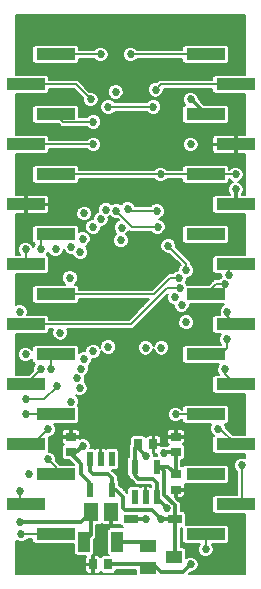
<source format=gbl>
G75*
G70*
%OFA0B0*%
%FSLAX24Y24*%
%IPPOS*%
%LPD*%
%AMOC8*
5,1,8,0,0,1.08239X$1,22.5*
%
%ADD10R,0.1300X0.0400*%
%ADD11R,0.0394X0.0709*%
%ADD12R,0.0512X0.0591*%
%ADD13R,0.0551X0.0394*%
%ADD14R,0.0472X0.0276*%
%ADD15R,0.0276X0.0354*%
%ADD16R,0.0217X0.0472*%
%ADD17R,0.0354X0.0276*%
%ADD18C,0.0270*%
%ADD19C,0.0060*%
%ADD20C,0.0120*%
D10*
X001930Y003380D03*
X001930Y005380D03*
X001930Y007380D03*
X001930Y009380D03*
X002930Y008380D03*
X002930Y006380D03*
X002930Y004380D03*
X002930Y002380D03*
X002930Y010380D03*
X002930Y012380D03*
X002930Y014380D03*
X001930Y013380D03*
X001930Y011380D03*
X001930Y015380D03*
X001930Y017380D03*
X002930Y016380D03*
X002930Y018380D03*
X007930Y018380D03*
X007930Y016380D03*
X008930Y015380D03*
X008930Y013380D03*
X008930Y011380D03*
X007930Y010380D03*
X007930Y008380D03*
X007930Y006380D03*
X007930Y004380D03*
X008930Y003380D03*
X008930Y005380D03*
X008930Y007380D03*
X008930Y009380D03*
X007930Y012380D03*
X007930Y014380D03*
X008930Y017380D03*
X007930Y002380D03*
D11*
X004981Y002130D03*
X003879Y002130D03*
D12*
X004095Y003130D03*
X004765Y003130D03*
D13*
X005997Y002004D03*
X005997Y001256D03*
X006863Y001630D03*
D14*
X006908Y002880D03*
X005452Y002880D03*
D15*
X004686Y001380D03*
X004174Y001380D03*
X005674Y005380D03*
X006186Y005380D03*
D16*
X006304Y004642D03*
X006304Y003618D03*
X005930Y003618D03*
X005556Y003618D03*
X005556Y004642D03*
X004804Y004892D03*
X004430Y004892D03*
X004056Y004892D03*
X004056Y003868D03*
X004804Y003868D03*
D17*
X003430Y005124D03*
X003430Y005636D03*
X006930Y005636D03*
X006930Y005124D03*
X006930Y004386D03*
X006930Y003874D03*
D18*
X006630Y003255D03*
X006430Y002880D03*
X005930Y002880D03*
X005955Y004980D03*
X005630Y005830D03*
X005880Y005930D03*
X005880Y006205D03*
X005880Y006480D03*
X005880Y006755D03*
X005955Y007005D03*
X006230Y007005D03*
X006505Y007005D03*
X006780Y007005D03*
X007055Y007080D03*
X007055Y007355D03*
X007055Y007630D03*
X007055Y007905D03*
X007055Y008180D03*
X006780Y007830D03*
X006505Y007830D03*
X006230Y007830D03*
X005955Y007830D03*
X005930Y008605D03*
X006455Y008605D03*
X006980Y009230D03*
X007280Y009455D03*
X007130Y010030D03*
X006903Y010282D03*
X007080Y010580D03*
X007055Y010930D03*
X007280Y011180D03*
X006680Y012005D03*
X006330Y012630D03*
X006305Y013155D03*
X006430Y014380D03*
X007430Y015380D03*
X007880Y014980D03*
X007430Y016880D03*
X006259Y017209D03*
X006180Y016630D03*
X005430Y018380D03*
X004930Y017130D03*
X004680Y016630D03*
X004180Y016130D03*
X004180Y015380D03*
X004093Y016880D03*
X004430Y018380D03*
X005230Y015255D03*
X005330Y013230D03*
X005130Y012605D03*
X005105Y012180D03*
X004955Y013155D03*
X004605Y013205D03*
X004430Y012880D03*
X004180Y012630D03*
X003880Y013080D03*
X003830Y012230D03*
X003755Y011780D03*
X003455Y011955D03*
X003405Y010930D03*
X002930Y011880D03*
X002430Y011880D03*
X001930Y011880D03*
X001730Y009805D03*
X001930Y008380D03*
X002430Y007880D03*
X002780Y007880D03*
X002980Y007330D03*
X003455Y006805D03*
X003730Y007255D03*
X003655Y007580D03*
X003780Y007905D03*
X003880Y008230D03*
X004180Y008480D03*
X004255Y007630D03*
X004080Y007430D03*
X004080Y007155D03*
X004080Y006880D03*
X004080Y006605D03*
X004080Y006330D03*
X004080Y006055D03*
X004255Y005830D03*
X004530Y005830D03*
X004805Y005830D03*
X005080Y005830D03*
X005355Y005830D03*
X006555Y005080D03*
X006930Y006380D03*
X008330Y005905D03*
X009130Y004680D03*
X007930Y001880D03*
X007430Y001380D03*
X008580Y007880D03*
X008630Y008880D03*
X008655Y009805D03*
X008580Y010720D03*
X008715Y011040D03*
X008930Y013880D03*
X008930Y014380D03*
X004680Y008630D03*
X003830Y005330D03*
X002680Y004880D03*
X002680Y005880D03*
X002030Y004380D03*
X001755Y003830D03*
X001755Y002805D03*
X001780Y002380D03*
X001730Y002005D03*
X001930Y006380D03*
X001930Y006880D03*
X003080Y009105D03*
D19*
X001610Y002175D02*
X001610Y001060D01*
X005591Y001060D01*
X005591Y001190D01*
X004954Y001190D01*
X004954Y001149D01*
X004877Y001073D01*
X004494Y001073D01*
X004426Y001141D01*
X004416Y001123D01*
X004392Y001099D01*
X004362Y001082D01*
X004329Y001073D01*
X004204Y001073D01*
X004204Y001350D01*
X004144Y001350D01*
X003906Y001350D01*
X003906Y001186D01*
X003915Y001153D01*
X003932Y001123D01*
X003956Y001099D01*
X003986Y001082D01*
X004019Y001073D01*
X004144Y001073D01*
X004144Y001350D01*
X004144Y001410D01*
X003906Y001410D01*
X003906Y001574D01*
X003915Y001607D01*
X003932Y001637D01*
X003941Y001646D01*
X003628Y001646D01*
X003552Y001722D01*
X003552Y002050D01*
X002226Y002050D01*
X001610Y002050D01*
X001610Y001992D02*
X003552Y001992D01*
X003552Y001933D02*
X001610Y001933D01*
X001610Y001875D02*
X003552Y001875D01*
X003552Y001816D02*
X001610Y001816D01*
X001610Y001758D02*
X003552Y001758D01*
X003575Y001699D02*
X001610Y001699D01*
X001610Y001641D02*
X003936Y001641D01*
X003908Y001582D02*
X001610Y001582D01*
X001610Y001524D02*
X003906Y001524D01*
X003906Y001465D02*
X001610Y001465D01*
X001610Y001407D02*
X004144Y001407D01*
X004144Y001410D02*
X004144Y001660D01*
X004206Y001722D01*
X004206Y002188D01*
X004285Y002268D01*
X004285Y002705D01*
X004405Y002705D01*
X004430Y002730D01*
X004459Y002714D01*
X004492Y002705D01*
X004735Y002705D01*
X004735Y003100D01*
X004795Y003100D01*
X004795Y002705D01*
X005038Y002705D01*
X005071Y002714D01*
X005085Y002722D01*
X005085Y002688D01*
X005159Y002614D01*
X004730Y002614D01*
X004654Y002538D01*
X004654Y001722D01*
X004689Y001687D01*
X004494Y001687D01*
X004426Y001619D01*
X004416Y001637D01*
X004392Y001661D01*
X004362Y001678D01*
X004329Y001687D01*
X004204Y001687D01*
X004204Y001410D01*
X004144Y001410D01*
X004144Y001465D02*
X004204Y001465D01*
X004204Y001524D02*
X004144Y001524D01*
X004144Y001582D02*
X004204Y001582D01*
X004204Y001641D02*
X004144Y001641D01*
X004183Y001699D02*
X004677Y001699D01*
X004654Y001758D02*
X004206Y001758D01*
X004206Y001816D02*
X004654Y001816D01*
X004654Y001875D02*
X004206Y001875D01*
X004206Y001933D02*
X004654Y001933D01*
X004654Y001992D02*
X004206Y001992D01*
X004206Y002050D02*
X004654Y002050D01*
X004654Y002109D02*
X004206Y002109D01*
X004206Y002167D02*
X004654Y002167D01*
X004654Y002226D02*
X004243Y002226D01*
X004285Y002284D02*
X004654Y002284D01*
X004654Y002343D02*
X004285Y002343D01*
X004285Y002401D02*
X004654Y002401D01*
X004654Y002460D02*
X004285Y002460D01*
X004285Y002518D02*
X004654Y002518D01*
X004693Y002577D02*
X004285Y002577D01*
X004285Y002635D02*
X005139Y002635D01*
X005085Y002694D02*
X004285Y002694D01*
X004735Y002752D02*
X004795Y002752D01*
X004795Y002811D02*
X004735Y002811D01*
X004735Y002869D02*
X004795Y002869D01*
X004795Y002928D02*
X004735Y002928D01*
X004735Y002986D02*
X004795Y002986D01*
X004795Y003045D02*
X004735Y003045D01*
X005157Y003922D02*
X005331Y003922D01*
X005318Y003908D02*
X005318Y003761D01*
X005259Y003820D01*
X005042Y004036D01*
X005042Y004158D01*
X004994Y004207D01*
X004994Y004335D01*
X004870Y004459D01*
X004803Y004526D01*
X004966Y004526D01*
X005042Y004602D01*
X005042Y005182D01*
X004966Y005258D01*
X004642Y005258D01*
X004617Y005233D01*
X004588Y005249D01*
X004555Y005258D01*
X004454Y005258D01*
X004454Y004916D01*
X004406Y004916D01*
X004406Y005258D01*
X004305Y005258D01*
X004271Y005249D01*
X004243Y005233D01*
X004218Y005258D01*
X004087Y005258D01*
X004095Y005277D01*
X004095Y005383D01*
X004055Y005480D01*
X003980Y005555D01*
X003883Y005595D01*
X003777Y005595D01*
X003737Y005578D01*
X003737Y005606D01*
X003460Y005606D01*
X003460Y005666D01*
X003400Y005666D01*
X003400Y005904D01*
X003236Y005904D01*
X003203Y005895D01*
X003173Y005878D01*
X003149Y005854D01*
X003132Y005824D01*
X003123Y005791D01*
X003123Y005666D01*
X003400Y005666D01*
X003400Y005606D01*
X003123Y005606D01*
X003123Y005481D01*
X003132Y005448D01*
X003149Y005418D01*
X003173Y005394D01*
X003191Y005384D01*
X003123Y005316D01*
X003123Y004932D01*
X003199Y004856D01*
X003385Y004856D01*
X003531Y004710D01*
X003076Y004710D01*
X002945Y004841D01*
X002945Y004933D01*
X002905Y005030D01*
X002830Y005105D01*
X002733Y005145D01*
X002710Y005145D01*
X002710Y005615D01*
X002733Y005615D01*
X002830Y005655D01*
X002905Y005730D01*
X002945Y005827D01*
X002945Y005933D01*
X002905Y006030D01*
X002885Y006050D01*
X003634Y006050D01*
X003710Y006126D01*
X003710Y006634D01*
X003682Y006661D01*
X003720Y006752D01*
X003720Y006858D01*
X003680Y006955D01*
X003622Y007013D01*
X003677Y006990D01*
X003783Y006990D01*
X003880Y007030D01*
X003955Y007105D01*
X003995Y007202D01*
X003995Y007308D01*
X003955Y007405D01*
X003894Y007465D01*
X003920Y007527D01*
X003920Y007633D01*
X003905Y007670D01*
X003930Y007680D01*
X004005Y007755D01*
X004045Y007852D01*
X004045Y007958D01*
X004026Y008004D01*
X004030Y008005D01*
X004105Y008080D01*
X004145Y008177D01*
X004145Y008215D01*
X004233Y008215D01*
X004330Y008255D01*
X004405Y008330D01*
X004445Y008427D01*
X004445Y008505D01*
X004455Y008480D01*
X004530Y008405D01*
X004627Y008365D01*
X004733Y008365D01*
X004830Y008405D01*
X004905Y008480D01*
X004945Y008577D01*
X004945Y008683D01*
X004905Y008780D01*
X004830Y008855D01*
X004733Y008895D01*
X004627Y008895D01*
X004530Y008855D01*
X004455Y008780D01*
X004415Y008683D01*
X004415Y008605D01*
X004405Y008630D01*
X004330Y008705D01*
X004233Y008745D01*
X004127Y008745D01*
X004030Y008705D01*
X003955Y008630D01*
X003915Y008533D01*
X003915Y008495D01*
X003827Y008495D01*
X003730Y008455D01*
X003710Y008435D01*
X003710Y008634D01*
X003634Y008710D01*
X002226Y008710D01*
X002150Y008634D01*
X002150Y008535D01*
X002080Y008605D01*
X001983Y008645D01*
X001877Y008645D01*
X001780Y008605D01*
X001705Y008530D01*
X001665Y008433D01*
X001665Y008327D01*
X001705Y008230D01*
X001780Y008155D01*
X001877Y008115D01*
X001983Y008115D01*
X002080Y008155D01*
X002150Y008225D01*
X002150Y008126D01*
X002226Y008050D01*
X002205Y008030D01*
X002165Y007933D01*
X002165Y007841D01*
X002034Y007710D01*
X001610Y007710D01*
X001610Y009050D01*
X002634Y009050D01*
X002710Y009126D01*
X002710Y009220D01*
X002841Y009220D01*
X002815Y009158D01*
X002815Y009052D01*
X002855Y008955D01*
X002930Y008880D01*
X003027Y008840D01*
X003133Y008840D01*
X003230Y008880D01*
X003305Y008955D01*
X003345Y009052D01*
X003345Y009158D01*
X003319Y009220D01*
X005496Y009220D01*
X005590Y009314D01*
X006658Y010382D01*
X006638Y010334D01*
X006638Y010229D01*
X006679Y010131D01*
X006753Y010057D01*
X006851Y010017D01*
X006865Y010017D01*
X006865Y009977D01*
X006905Y009880D01*
X006980Y009805D01*
X007077Y009765D01*
X007183Y009765D01*
X007280Y009805D01*
X007355Y009880D01*
X007395Y009977D01*
X007395Y010050D01*
X008554Y010050D01*
X008505Y010030D01*
X008430Y009955D01*
X008390Y009858D01*
X008390Y009752D01*
X008407Y009710D01*
X008226Y009710D01*
X008150Y009634D01*
X008150Y009126D01*
X008226Y009050D01*
X008425Y009050D01*
X008405Y009030D01*
X008365Y008933D01*
X008365Y008827D01*
X008405Y008730D01*
X008425Y008710D01*
X007226Y008710D01*
X007150Y008634D01*
X007150Y008126D01*
X007226Y008050D01*
X008375Y008050D01*
X008355Y008030D01*
X008315Y007933D01*
X008315Y007827D01*
X008355Y007730D01*
X008375Y007710D01*
X008226Y007710D01*
X008150Y007634D01*
X008150Y007126D01*
X008226Y007050D01*
X009250Y007050D01*
X009250Y005710D01*
X008826Y005710D01*
X008595Y005941D01*
X008595Y005958D01*
X008557Y006050D01*
X008634Y006050D01*
X008710Y006126D01*
X008710Y006634D01*
X008634Y006710D01*
X007226Y006710D01*
X007150Y006634D01*
X007150Y006540D01*
X007145Y006540D01*
X007080Y006605D01*
X006983Y006645D01*
X006877Y006645D01*
X006780Y006605D01*
X006705Y006530D01*
X006665Y006433D01*
X006665Y006327D01*
X006705Y006230D01*
X006780Y006155D01*
X006877Y006115D01*
X006983Y006115D01*
X007080Y006155D01*
X007145Y006220D01*
X007150Y006220D01*
X007150Y006126D01*
X007226Y006050D01*
X008103Y006050D01*
X008065Y005958D01*
X008065Y005852D01*
X008105Y005755D01*
X008180Y005680D01*
X008192Y005675D01*
X008150Y005634D01*
X008150Y005126D01*
X008226Y005050D01*
X009250Y005050D01*
X009250Y004917D01*
X009183Y004945D01*
X009077Y004945D01*
X008980Y004905D01*
X008905Y004830D01*
X008865Y004733D01*
X008865Y004627D01*
X008905Y004530D01*
X008970Y004465D01*
X008970Y003710D01*
X008226Y003710D01*
X008150Y003634D01*
X008150Y003126D01*
X008226Y003050D01*
X009250Y003050D01*
X009250Y001060D01*
X007379Y001060D01*
X007434Y001115D01*
X007483Y001115D01*
X007580Y001155D01*
X007655Y001230D01*
X007695Y001327D01*
X007695Y001433D01*
X007655Y001530D01*
X007580Y001605D01*
X007483Y001645D01*
X007377Y001645D01*
X007280Y001605D01*
X007269Y001593D01*
X007269Y001881D01*
X007192Y001957D01*
X007098Y001957D01*
X007098Y002612D01*
X007150Y002612D01*
X007150Y002126D01*
X007226Y002050D01*
X007098Y002050D01*
X007098Y001992D02*
X007689Y001992D01*
X007705Y002030D02*
X007665Y001933D01*
X007216Y001933D01*
X007269Y001875D02*
X007665Y001875D01*
X007665Y001827D02*
X007705Y001730D01*
X007780Y001655D01*
X007877Y001615D01*
X007983Y001615D01*
X008080Y001655D01*
X008155Y001730D01*
X008195Y001827D01*
X008195Y001933D01*
X009250Y001933D01*
X009250Y001875D02*
X008195Y001875D01*
X008195Y001933D02*
X008155Y002030D01*
X008135Y002050D01*
X008634Y002050D01*
X009250Y002050D01*
X009250Y001992D02*
X008171Y001992D01*
X008190Y001816D02*
X009250Y001816D01*
X009250Y001758D02*
X008166Y001758D01*
X008124Y001699D02*
X009250Y001699D01*
X009250Y001641D02*
X008044Y001641D01*
X007930Y001880D02*
X007930Y002380D01*
X007725Y002050D02*
X007705Y002030D01*
X007725Y002050D02*
X007226Y002050D01*
X007168Y002109D02*
X007098Y002109D01*
X007098Y002167D02*
X007150Y002167D01*
X007150Y002226D02*
X007098Y002226D01*
X007098Y002284D02*
X007150Y002284D01*
X007150Y002343D02*
X007098Y002343D01*
X007098Y002401D02*
X007150Y002401D01*
X007150Y002460D02*
X007098Y002460D01*
X007098Y002518D02*
X007150Y002518D01*
X007150Y002577D02*
X007098Y002577D01*
X007275Y002710D02*
X007275Y003072D01*
X007198Y003148D01*
X007098Y003148D01*
X007098Y003430D01*
X006987Y003542D01*
X006900Y003629D01*
X006900Y003844D01*
X006960Y003844D01*
X006960Y003606D01*
X007124Y003606D01*
X007157Y003615D01*
X007187Y003632D01*
X007211Y003656D01*
X007228Y003686D01*
X007237Y003719D01*
X007237Y003844D01*
X006960Y003844D01*
X006960Y003904D01*
X007237Y003904D01*
X007237Y004029D01*
X007231Y004050D01*
X008634Y004050D01*
X008710Y004126D01*
X008710Y004634D01*
X008634Y004710D01*
X007226Y004710D01*
X007165Y004649D01*
X007161Y004654D01*
X007120Y004654D01*
X007120Y004856D01*
X007161Y004856D01*
X007237Y004932D01*
X007237Y005316D01*
X007169Y005384D01*
X007187Y005394D01*
X007211Y005418D01*
X007228Y005448D01*
X007237Y005481D01*
X007237Y005606D01*
X006960Y005606D01*
X006960Y005666D01*
X006900Y005666D01*
X006900Y005904D01*
X006736Y005904D01*
X006703Y005895D01*
X006673Y005878D01*
X006649Y005854D01*
X006632Y005824D01*
X006623Y005791D01*
X006623Y005666D01*
X006900Y005666D01*
X006900Y005606D01*
X006623Y005606D01*
X006623Y005481D01*
X006632Y005448D01*
X006649Y005418D01*
X006673Y005394D01*
X006691Y005384D01*
X006639Y005332D01*
X006608Y005345D01*
X006502Y005345D01*
X006454Y005325D01*
X006454Y005350D01*
X006216Y005350D01*
X006216Y005410D01*
X006454Y005410D01*
X006454Y005574D01*
X006445Y005607D01*
X006428Y005637D01*
X006403Y005661D01*
X006374Y005678D01*
X006341Y005687D01*
X006216Y005687D01*
X006216Y005410D01*
X006156Y005410D01*
X006156Y005687D01*
X006031Y005687D01*
X005998Y005678D01*
X005968Y005661D01*
X005944Y005637D01*
X005934Y005619D01*
X005866Y005687D01*
X005482Y005687D01*
X005406Y005611D01*
X005406Y005381D01*
X005366Y005341D01*
X005366Y004980D01*
X005318Y004932D01*
X005318Y004352D01*
X005366Y004303D01*
X005366Y004275D01*
X005490Y004151D01*
X005601Y004040D01*
X006101Y004040D01*
X006114Y004027D01*
X006114Y003961D01*
X006088Y003976D01*
X006055Y003984D01*
X005954Y003984D01*
X005954Y003642D01*
X005906Y003642D01*
X005906Y003984D01*
X005805Y003984D01*
X005771Y003976D01*
X005743Y003959D01*
X005718Y003984D01*
X005394Y003984D01*
X005318Y003908D01*
X005318Y003864D02*
X005215Y003864D01*
X005274Y003805D02*
X005318Y003805D01*
X005390Y003981D02*
X005098Y003981D01*
X005042Y004039D02*
X006102Y004039D01*
X006114Y003981D02*
X006070Y003981D01*
X005954Y003981D02*
X005906Y003981D01*
X005906Y003922D02*
X005954Y003922D01*
X005954Y003864D02*
X005906Y003864D01*
X005906Y003805D02*
X005954Y003805D01*
X005954Y003747D02*
X005906Y003747D01*
X005906Y003688D02*
X005954Y003688D01*
X005790Y003981D02*
X005722Y003981D01*
X005544Y004098D02*
X005042Y004098D01*
X005042Y004156D02*
X005485Y004156D01*
X005427Y004215D02*
X004994Y004215D01*
X004994Y004273D02*
X005368Y004273D01*
X005338Y004332D02*
X004994Y004332D01*
X004939Y004390D02*
X005318Y004390D01*
X005318Y004449D02*
X004880Y004449D01*
X004822Y004507D02*
X005318Y004507D01*
X005318Y004566D02*
X005006Y004566D01*
X005042Y004624D02*
X005318Y004624D01*
X005318Y004683D02*
X005042Y004683D01*
X005042Y004741D02*
X005318Y004741D01*
X005318Y004800D02*
X005042Y004800D01*
X005042Y004858D02*
X005318Y004858D01*
X005318Y004917D02*
X005042Y004917D01*
X005042Y004975D02*
X005361Y004975D01*
X005366Y005034D02*
X005042Y005034D01*
X005042Y005092D02*
X005366Y005092D01*
X005366Y005151D02*
X005042Y005151D01*
X005015Y005209D02*
X005366Y005209D01*
X005366Y005268D02*
X004091Y005268D01*
X004095Y005326D02*
X005366Y005326D01*
X005406Y005385D02*
X004094Y005385D01*
X004070Y005443D02*
X005406Y005443D01*
X005406Y005502D02*
X004033Y005502D01*
X003967Y005560D02*
X005406Y005560D01*
X005414Y005619D02*
X003460Y005619D01*
X003460Y005666D02*
X003737Y005666D01*
X003737Y005791D01*
X003728Y005824D01*
X003711Y005854D01*
X003687Y005878D01*
X003657Y005895D01*
X003624Y005904D01*
X003460Y005904D01*
X003460Y005666D01*
X003460Y005677D02*
X003400Y005677D01*
X003400Y005619D02*
X002741Y005619D01*
X002710Y005560D02*
X003123Y005560D01*
X003123Y005502D02*
X002710Y005502D01*
X002710Y005443D02*
X003134Y005443D01*
X003190Y005385D02*
X002710Y005385D01*
X002710Y005326D02*
X003133Y005326D01*
X003123Y005268D02*
X002710Y005268D01*
X002710Y005209D02*
X003123Y005209D01*
X003123Y005151D02*
X002710Y005151D01*
X002843Y005092D02*
X003123Y005092D01*
X003123Y005034D02*
X002901Y005034D01*
X002927Y004975D02*
X003123Y004975D01*
X003139Y004917D02*
X002945Y004917D01*
X002945Y004858D02*
X003197Y004858D01*
X003045Y004741D02*
X003500Y004741D01*
X003442Y004800D02*
X002987Y004800D01*
X002930Y004630D02*
X002680Y004880D01*
X002930Y004630D02*
X002930Y004380D01*
X002180Y005380D02*
X002680Y005880D01*
X002852Y005677D02*
X003123Y005677D01*
X003123Y005736D02*
X002907Y005736D01*
X002931Y005794D02*
X003124Y005794D01*
X003148Y005853D02*
X002945Y005853D01*
X002945Y005911D02*
X008065Y005911D01*
X008065Y005853D02*
X007212Y005853D01*
X007211Y005854D02*
X007187Y005878D01*
X007157Y005895D01*
X007124Y005904D01*
X006960Y005904D01*
X006960Y005666D01*
X007237Y005666D01*
X007237Y005791D01*
X007228Y005824D01*
X007211Y005854D01*
X007236Y005794D02*
X008089Y005794D01*
X008125Y005736D02*
X007237Y005736D01*
X007237Y005677D02*
X008188Y005677D01*
X008150Y005619D02*
X006960Y005619D01*
X006960Y005677D02*
X006900Y005677D01*
X006900Y005619D02*
X006438Y005619D01*
X006454Y005560D02*
X006623Y005560D01*
X006623Y005502D02*
X006454Y005502D01*
X006454Y005443D02*
X006634Y005443D01*
X006690Y005385D02*
X006216Y005385D01*
X006216Y005350D02*
X006216Y005073D01*
X006290Y005073D01*
X006290Y005027D01*
X006298Y005008D01*
X006220Y005008D01*
X006220Y005033D01*
X006180Y005130D01*
X006156Y005154D01*
X006156Y005350D01*
X006216Y005350D01*
X006216Y005326D02*
X006156Y005326D01*
X006156Y005268D02*
X006216Y005268D01*
X006216Y005209D02*
X006156Y005209D01*
X006159Y005151D02*
X006216Y005151D01*
X006216Y005092D02*
X006195Y005092D01*
X006220Y005034D02*
X006290Y005034D01*
X006216Y005443D02*
X006156Y005443D01*
X006156Y005502D02*
X006216Y005502D01*
X006216Y005560D02*
X006156Y005560D01*
X006156Y005619D02*
X006216Y005619D01*
X006216Y005677D02*
X006156Y005677D01*
X005996Y005677D02*
X005876Y005677D01*
X005472Y005677D02*
X003737Y005677D01*
X003737Y005736D02*
X006623Y005736D01*
X006624Y005794D02*
X003736Y005794D01*
X003712Y005853D02*
X006648Y005853D01*
X006623Y005677D02*
X006376Y005677D01*
X006454Y005326D02*
X006456Y005326D01*
X006900Y005736D02*
X006960Y005736D01*
X006960Y005794D02*
X006900Y005794D01*
X006900Y005853D02*
X006960Y005853D01*
X007055Y006145D02*
X007150Y006145D01*
X007150Y006204D02*
X007128Y006204D01*
X007190Y006087D02*
X003670Y006087D01*
X003710Y006145D02*
X006805Y006145D01*
X006732Y006204D02*
X003710Y006204D01*
X003710Y006262D02*
X006692Y006262D01*
X006668Y006321D02*
X003710Y006321D01*
X003710Y006379D02*
X006665Y006379D01*
X006667Y006438D02*
X003710Y006438D01*
X003710Y006496D02*
X006691Y006496D01*
X006730Y006555D02*
X003710Y006555D01*
X003710Y006613D02*
X006800Y006613D01*
X006930Y006380D02*
X007930Y006380D01*
X008094Y006028D02*
X002905Y006028D01*
X002930Y005970D02*
X008070Y005970D01*
X008150Y005560D02*
X007237Y005560D01*
X007237Y005502D02*
X008150Y005502D01*
X008150Y005443D02*
X007225Y005443D01*
X007170Y005385D02*
X008150Y005385D01*
X008150Y005326D02*
X007227Y005326D01*
X007237Y005268D02*
X008150Y005268D01*
X008150Y005209D02*
X007237Y005209D01*
X007237Y005151D02*
X008150Y005151D01*
X008184Y005092D02*
X007237Y005092D01*
X007237Y005034D02*
X009250Y005034D01*
X009250Y004975D02*
X007237Y004975D01*
X007221Y004917D02*
X009008Y004917D01*
X008933Y004858D02*
X007163Y004858D01*
X007120Y004800D02*
X008893Y004800D01*
X008868Y004741D02*
X007120Y004741D01*
X007120Y004683D02*
X007199Y004683D01*
X007234Y004039D02*
X008970Y004039D01*
X008970Y003981D02*
X007237Y003981D01*
X007237Y003922D02*
X008970Y003922D01*
X008970Y003864D02*
X006960Y003864D01*
X006960Y003805D02*
X006900Y003805D01*
X006900Y003747D02*
X006960Y003747D01*
X006960Y003688D02*
X006900Y003688D01*
X006900Y003630D02*
X006960Y003630D01*
X006958Y003571D02*
X008150Y003571D01*
X008150Y003513D02*
X007016Y003513D01*
X007075Y003454D02*
X008150Y003454D01*
X008150Y003396D02*
X007098Y003396D01*
X007098Y003337D02*
X008150Y003337D01*
X008150Y003279D02*
X007098Y003279D01*
X007098Y003220D02*
X008150Y003220D01*
X008150Y003162D02*
X007098Y003162D01*
X007243Y003103D02*
X008173Y003103D01*
X008150Y003630D02*
X007182Y003630D01*
X007229Y003688D02*
X008204Y003688D01*
X008681Y004098D02*
X008970Y004098D01*
X008970Y004156D02*
X008710Y004156D01*
X008710Y004215D02*
X008970Y004215D01*
X008970Y004273D02*
X008710Y004273D01*
X008710Y004332D02*
X008970Y004332D01*
X008970Y004390D02*
X008710Y004390D01*
X008710Y004449D02*
X008970Y004449D01*
X008928Y004507D02*
X008710Y004507D01*
X008710Y004566D02*
X008891Y004566D01*
X008866Y004624D02*
X008710Y004624D01*
X008661Y004683D02*
X008865Y004683D01*
X009130Y004680D02*
X009130Y003580D01*
X008930Y003380D01*
X008970Y003747D02*
X007237Y003747D01*
X007237Y003805D02*
X008970Y003805D01*
X009250Y003045D02*
X007275Y003045D01*
X007275Y002986D02*
X009250Y002986D01*
X009250Y002928D02*
X007275Y002928D01*
X007275Y002869D02*
X009250Y002869D01*
X009250Y002811D02*
X007275Y002811D01*
X007275Y002752D02*
X009250Y002752D01*
X009250Y002694D02*
X008650Y002694D01*
X008634Y002710D02*
X007275Y002710D01*
X007665Y001933D02*
X007665Y001827D01*
X007670Y001816D02*
X007269Y001816D01*
X007269Y001758D02*
X007694Y001758D01*
X007736Y001699D02*
X007269Y001699D01*
X007269Y001641D02*
X007366Y001641D01*
X007494Y001641D02*
X007816Y001641D01*
X007682Y001465D02*
X009250Y001465D01*
X009250Y001407D02*
X007695Y001407D01*
X007695Y001348D02*
X009250Y001348D01*
X009250Y001290D02*
X007679Y001290D01*
X007655Y001231D02*
X009250Y001231D01*
X009250Y001173D02*
X007597Y001173D01*
X007657Y001524D02*
X009250Y001524D01*
X009250Y001582D02*
X007603Y001582D01*
X007433Y001114D02*
X009250Y001114D01*
X009250Y002109D02*
X008692Y002109D01*
X008710Y002126D02*
X008634Y002050D01*
X008710Y002126D02*
X008710Y002634D01*
X008634Y002710D01*
X008709Y002635D02*
X009250Y002635D01*
X009250Y002577D02*
X008710Y002577D01*
X008710Y002518D02*
X009250Y002518D01*
X009250Y002460D02*
X008710Y002460D01*
X008710Y002401D02*
X009250Y002401D01*
X009250Y002343D02*
X008710Y002343D01*
X008710Y002284D02*
X009250Y002284D01*
X009250Y002226D02*
X008710Y002226D01*
X008710Y002167D02*
X009250Y002167D01*
X008930Y005380D02*
X008405Y005905D01*
X008330Y005905D01*
X008566Y006028D02*
X009250Y006028D01*
X009250Y005970D02*
X008590Y005970D01*
X008625Y005911D02*
X009250Y005911D01*
X009250Y005853D02*
X008684Y005853D01*
X008742Y005794D02*
X009250Y005794D01*
X009250Y005736D02*
X008801Y005736D01*
X008670Y006087D02*
X009250Y006087D01*
X009250Y006145D02*
X008710Y006145D01*
X008710Y006204D02*
X009250Y006204D01*
X009250Y006262D02*
X008710Y006262D01*
X008710Y006321D02*
X009250Y006321D01*
X009250Y006379D02*
X008710Y006379D01*
X008710Y006438D02*
X009250Y006438D01*
X009250Y006496D02*
X008710Y006496D01*
X008710Y006555D02*
X009250Y006555D01*
X009250Y006613D02*
X008710Y006613D01*
X008672Y006672D02*
X009250Y006672D01*
X009250Y006730D02*
X003711Y006730D01*
X003720Y006789D02*
X009250Y006789D01*
X009250Y006847D02*
X003720Y006847D01*
X003700Y006906D02*
X009250Y006906D01*
X009250Y006964D02*
X003671Y006964D01*
X003686Y006672D02*
X007188Y006672D01*
X007150Y006613D02*
X007060Y006613D01*
X007130Y006555D02*
X007150Y006555D01*
X007201Y008076D02*
X004100Y008076D01*
X004127Y008134D02*
X007150Y008134D01*
X007150Y008193D02*
X004145Y008193D01*
X004320Y008251D02*
X007150Y008251D01*
X007150Y008310D02*
X004384Y008310D01*
X004420Y008368D02*
X004620Y008368D01*
X004740Y008368D02*
X005810Y008368D01*
X005780Y008380D02*
X005877Y008340D01*
X005983Y008340D01*
X006080Y008380D01*
X006155Y008455D01*
X006192Y008546D01*
X006230Y008455D01*
X006305Y008380D01*
X006402Y008340D01*
X006508Y008340D01*
X006605Y008380D01*
X006680Y008455D01*
X006720Y008552D01*
X006720Y008658D01*
X006680Y008755D01*
X006605Y008830D01*
X006508Y008870D01*
X006402Y008870D01*
X006305Y008830D01*
X006230Y008755D01*
X006192Y008664D01*
X006155Y008755D01*
X006080Y008830D01*
X005983Y008870D01*
X005877Y008870D01*
X005780Y008830D01*
X005705Y008755D01*
X005665Y008658D01*
X005665Y008552D01*
X005705Y008455D01*
X005780Y008380D01*
X005734Y008427D02*
X004851Y008427D01*
X004907Y008485D02*
X005693Y008485D01*
X005669Y008544D02*
X004931Y008544D01*
X004945Y008602D02*
X005665Y008602D01*
X005666Y008661D02*
X004945Y008661D01*
X004930Y008719D02*
X005690Y008719D01*
X005728Y008778D02*
X004906Y008778D01*
X004849Y008836D02*
X005795Y008836D01*
X005522Y009246D02*
X007115Y009246D01*
X007130Y009230D02*
X007227Y009190D01*
X007333Y009190D01*
X007430Y009230D01*
X007505Y009305D01*
X007545Y009402D01*
X007545Y009508D01*
X007505Y009605D01*
X007430Y009680D01*
X007333Y009720D01*
X007227Y009720D01*
X007130Y009680D01*
X007055Y009605D01*
X007015Y009508D01*
X007015Y009402D01*
X007055Y009305D01*
X007130Y009230D01*
X007056Y009304D02*
X005580Y009304D01*
X005639Y009363D02*
X007031Y009363D01*
X007015Y009421D02*
X005697Y009421D01*
X005756Y009480D02*
X007015Y009480D01*
X007028Y009538D02*
X005814Y009538D01*
X005873Y009597D02*
X007052Y009597D01*
X007105Y009655D02*
X005931Y009655D01*
X005990Y009714D02*
X007212Y009714D01*
X007200Y009772D02*
X008390Y009772D01*
X008390Y009831D02*
X007305Y009831D01*
X007358Y009889D02*
X008403Y009889D01*
X008427Y009948D02*
X007383Y009948D01*
X007395Y010006D02*
X008481Y010006D01*
X008406Y009714D02*
X007348Y009714D01*
X007455Y009655D02*
X008171Y009655D01*
X008150Y009597D02*
X007508Y009597D01*
X007532Y009538D02*
X008150Y009538D01*
X008150Y009480D02*
X007545Y009480D01*
X007545Y009421D02*
X008150Y009421D01*
X008150Y009363D02*
X007528Y009363D01*
X007504Y009304D02*
X008150Y009304D01*
X008150Y009246D02*
X007445Y009246D01*
X007177Y008661D02*
X006719Y008661D01*
X006720Y008602D02*
X007150Y008602D01*
X007150Y008544D02*
X006716Y008544D01*
X006692Y008485D02*
X007150Y008485D01*
X007150Y008427D02*
X006651Y008427D01*
X006575Y008368D02*
X007150Y008368D01*
X006695Y008719D02*
X008416Y008719D01*
X008386Y008778D02*
X006657Y008778D01*
X006590Y008836D02*
X008365Y008836D01*
X008365Y008895D02*
X004734Y008895D01*
X004626Y008895D02*
X003244Y008895D01*
X003303Y008953D02*
X008373Y008953D01*
X008398Y009012D02*
X003328Y009012D01*
X003345Y009070D02*
X008206Y009070D01*
X008150Y009129D02*
X003345Y009129D01*
X003333Y009187D02*
X008150Y009187D01*
X008630Y008580D02*
X008430Y008380D01*
X007930Y008380D01*
X008182Y007666D02*
X003906Y007666D01*
X003920Y007608D02*
X008150Y007608D01*
X008150Y007549D02*
X003920Y007549D01*
X003905Y007491D02*
X008150Y007491D01*
X008150Y007432D02*
X003928Y007432D01*
X003968Y007374D02*
X008150Y007374D01*
X008150Y007315D02*
X003992Y007315D01*
X003995Y007257D02*
X008150Y007257D01*
X008150Y007198D02*
X003993Y007198D01*
X003969Y007140D02*
X008150Y007140D01*
X008195Y007081D02*
X003931Y007081D01*
X003861Y007023D02*
X009250Y007023D01*
X008930Y007380D02*
X008580Y007730D01*
X008580Y007880D01*
X008333Y007783D02*
X004016Y007783D01*
X004040Y007842D02*
X008315Y007842D01*
X008315Y007900D02*
X004045Y007900D01*
X004045Y007959D02*
X008326Y007959D01*
X008350Y008017D02*
X004042Y008017D01*
X003974Y007725D02*
X008361Y007725D01*
X008630Y008580D02*
X008630Y008880D01*
X008930Y009380D02*
X008655Y009655D01*
X008655Y009805D01*
X008580Y010720D02*
X008280Y010730D01*
X007930Y010380D01*
X008034Y010710D02*
X007313Y010710D01*
X007305Y010730D01*
X007267Y010768D01*
X007280Y010780D01*
X007320Y010877D01*
X007320Y010915D01*
X007333Y010915D01*
X007430Y010955D01*
X007505Y011030D01*
X007545Y011127D01*
X007545Y011233D01*
X007505Y011330D01*
X007440Y011395D01*
X007440Y011471D01*
X006945Y011966D01*
X006945Y012058D01*
X006905Y012155D01*
X006830Y012230D01*
X006733Y012270D01*
X006627Y012270D01*
X006530Y012230D01*
X006455Y012155D01*
X006415Y012058D01*
X006415Y011952D01*
X006455Y011855D01*
X006530Y011780D01*
X006627Y011740D01*
X006719Y011740D01*
X007092Y011367D01*
X007055Y011330D01*
X007015Y011233D01*
X007015Y011195D01*
X007002Y011195D01*
X006905Y011155D01*
X006840Y011090D01*
X006689Y011090D01*
X006139Y010540D01*
X003710Y010540D01*
X003710Y010634D01*
X003634Y010710D01*
X003560Y010710D01*
X003630Y010780D01*
X003670Y010877D01*
X003670Y010983D01*
X003630Y011080D01*
X003555Y011155D01*
X003458Y011195D01*
X003352Y011195D01*
X003255Y011155D01*
X003180Y011080D01*
X003140Y010983D01*
X003140Y010877D01*
X003180Y010780D01*
X003250Y010710D01*
X002226Y010710D01*
X002150Y010634D01*
X002150Y010126D01*
X002226Y010050D01*
X003634Y010050D01*
X003710Y010126D01*
X003710Y010220D01*
X006044Y010220D01*
X005364Y009540D01*
X002710Y009540D01*
X002710Y009634D01*
X002634Y009710D01*
X001977Y009710D01*
X001995Y009752D01*
X001995Y009858D01*
X001955Y009955D01*
X001880Y010030D01*
X001783Y010070D01*
X001677Y010070D01*
X001610Y010042D01*
X001610Y011050D01*
X002634Y011050D01*
X002710Y011126D01*
X002710Y011634D01*
X002634Y011710D01*
X002655Y011730D01*
X002680Y011791D01*
X002705Y011730D01*
X002780Y011655D01*
X002877Y011615D01*
X002983Y011615D01*
X003080Y011655D01*
X003155Y011730D01*
X003195Y011827D01*
X003195Y011890D01*
X003230Y011805D01*
X003305Y011730D01*
X003402Y011690D01*
X003505Y011690D01*
X003530Y011630D01*
X003605Y011555D01*
X003702Y011515D01*
X003808Y011515D01*
X003905Y011555D01*
X003980Y011630D01*
X004020Y011727D01*
X004020Y011833D01*
X003980Y011930D01*
X003927Y011983D01*
X003980Y012005D01*
X004055Y012080D01*
X004095Y012177D01*
X004095Y012283D01*
X004055Y012380D01*
X003980Y012455D01*
X003883Y012495D01*
X003777Y012495D01*
X003710Y012467D01*
X003710Y012634D01*
X003634Y012710D01*
X002226Y012710D01*
X002150Y012634D01*
X002150Y012126D01*
X002226Y012050D01*
X002205Y012030D01*
X002180Y011969D01*
X002155Y012030D01*
X002080Y012105D01*
X001983Y012145D01*
X001877Y012145D01*
X001780Y012105D01*
X001705Y012030D01*
X001665Y011933D01*
X001665Y011827D01*
X001705Y011730D01*
X001725Y011710D01*
X001610Y011710D01*
X001610Y013050D01*
X001900Y013050D01*
X001900Y013350D01*
X001960Y013350D01*
X001960Y013410D01*
X002710Y013410D01*
X002710Y013597D01*
X002701Y013630D01*
X002684Y013660D01*
X002660Y013684D01*
X002630Y013701D01*
X002597Y013710D01*
X001960Y013710D01*
X001960Y013410D01*
X001900Y013410D01*
X001900Y013710D01*
X001610Y013710D01*
X001610Y015050D01*
X002634Y015050D01*
X002710Y015126D01*
X002710Y015220D01*
X003965Y015220D01*
X004030Y015155D01*
X004127Y015115D01*
X004233Y015115D01*
X004330Y015155D01*
X004405Y015230D01*
X004445Y015327D01*
X004445Y015433D01*
X004405Y015530D01*
X004330Y015605D01*
X004233Y015645D01*
X004127Y015645D01*
X004030Y015605D01*
X003965Y015540D01*
X002710Y015540D01*
X002710Y015634D01*
X002634Y015710D01*
X001610Y015710D01*
X001610Y017050D01*
X002634Y017050D01*
X002710Y017126D01*
X002710Y017220D01*
X003527Y017220D01*
X003828Y016919D01*
X003828Y016827D01*
X003869Y016730D01*
X003943Y016655D01*
X004041Y016615D01*
X004146Y016615D01*
X004243Y016655D01*
X004318Y016730D01*
X004358Y016827D01*
X004358Y016933D01*
X004318Y017030D01*
X004243Y017105D01*
X004146Y017145D01*
X004055Y017145D01*
X003660Y017540D01*
X002710Y017540D01*
X002710Y017634D01*
X002634Y017710D01*
X001610Y017710D01*
X001610Y019700D01*
X009250Y019700D01*
X009250Y017710D01*
X008226Y017710D01*
X008150Y017634D01*
X008150Y017540D01*
X006364Y017540D01*
X006297Y017474D01*
X006206Y017474D01*
X006109Y017433D01*
X006034Y017359D01*
X005994Y017261D01*
X005994Y017156D01*
X006034Y017059D01*
X006109Y016984D01*
X006206Y016944D01*
X006311Y016944D01*
X006409Y016984D01*
X006483Y017059D01*
X006524Y017156D01*
X006524Y017220D01*
X008150Y017220D01*
X008150Y017126D01*
X008226Y017050D01*
X009250Y017050D01*
X009250Y015710D01*
X008960Y015710D01*
X008960Y015410D01*
X008900Y015410D01*
X008900Y015710D01*
X008263Y015710D01*
X008230Y015701D01*
X008200Y015684D01*
X008176Y015660D01*
X008159Y015630D01*
X008150Y015597D01*
X008150Y015410D01*
X008900Y015410D01*
X008900Y015350D01*
X008960Y015350D01*
X008960Y015050D01*
X009250Y015050D01*
X009250Y013710D01*
X009135Y013710D01*
X009155Y013730D01*
X009195Y013827D01*
X009195Y013933D01*
X009155Y014030D01*
X009080Y014105D01*
X009019Y014130D01*
X009080Y014155D01*
X009155Y014230D01*
X009195Y014327D01*
X009195Y014433D01*
X009155Y014530D01*
X009080Y014605D01*
X008983Y014645D01*
X008877Y014645D01*
X008780Y014605D01*
X008715Y014540D01*
X008710Y014540D01*
X008710Y014634D01*
X008634Y014710D01*
X007226Y014710D01*
X007150Y014634D01*
X007150Y014540D01*
X006645Y014540D01*
X006580Y014605D01*
X006483Y014645D01*
X006377Y014645D01*
X006280Y014605D01*
X006215Y014540D01*
X003710Y014540D01*
X003710Y014634D01*
X003634Y014710D01*
X002226Y014710D01*
X002150Y014634D01*
X002150Y014126D01*
X002226Y014050D01*
X003634Y014050D01*
X003710Y014126D01*
X003710Y014220D01*
X006215Y014220D01*
X006280Y014155D01*
X006377Y014115D01*
X006483Y014115D01*
X006580Y014155D01*
X006645Y014220D01*
X007150Y014220D01*
X007150Y014126D01*
X007226Y014050D01*
X008634Y014050D01*
X008710Y014126D01*
X008710Y014220D01*
X008715Y014220D01*
X008780Y014155D01*
X008841Y014130D01*
X008780Y014105D01*
X008705Y014030D01*
X008665Y013933D01*
X008665Y013827D01*
X008705Y013730D01*
X008725Y013710D01*
X008226Y013710D01*
X008150Y013634D01*
X008150Y013126D01*
X008226Y013050D01*
X009250Y013050D01*
X009250Y011710D01*
X008226Y011710D01*
X008150Y011634D01*
X008150Y011126D01*
X008226Y011050D01*
X008450Y011050D01*
X008450Y010987D01*
X008462Y010958D01*
X008430Y010945D01*
X008372Y010887D01*
X008348Y010888D01*
X008346Y010890D01*
X008283Y010890D01*
X008219Y010892D01*
X008217Y010890D01*
X008214Y010890D01*
X008169Y010845D01*
X008122Y010802D01*
X008122Y010798D01*
X008034Y010710D01*
X008090Y010767D02*
X007268Y010767D01*
X007298Y010825D02*
X008147Y010825D01*
X008207Y010884D02*
X007320Y010884D01*
X007398Y010942D02*
X008427Y010942D01*
X008450Y011001D02*
X007475Y011001D01*
X007517Y011059D02*
X008217Y011059D01*
X008159Y011118D02*
X007541Y011118D01*
X007545Y011176D02*
X008150Y011176D01*
X008150Y011235D02*
X007544Y011235D01*
X007520Y011293D02*
X008150Y011293D01*
X008150Y011352D02*
X007483Y011352D01*
X007440Y011410D02*
X008150Y011410D01*
X008150Y011469D02*
X007440Y011469D01*
X007384Y011527D02*
X008150Y011527D01*
X008150Y011586D02*
X007326Y011586D01*
X007267Y011644D02*
X008160Y011644D01*
X008219Y011703D02*
X007209Y011703D01*
X007150Y011761D02*
X009250Y011761D01*
X009250Y011820D02*
X007092Y011820D01*
X007033Y011878D02*
X009250Y011878D01*
X009250Y011937D02*
X006975Y011937D01*
X006945Y011995D02*
X009250Y011995D01*
X009250Y012054D02*
X008637Y012054D01*
X008634Y012050D02*
X008710Y012126D01*
X008710Y012634D01*
X008634Y012710D01*
X007226Y012710D01*
X007150Y012634D01*
X007150Y012126D01*
X007226Y012050D01*
X008634Y012050D01*
X008696Y012112D02*
X009250Y012112D01*
X009250Y012171D02*
X008710Y012171D01*
X008710Y012229D02*
X009250Y012229D01*
X009250Y012288D02*
X008710Y012288D01*
X008710Y012346D02*
X009250Y012346D01*
X009250Y012405D02*
X008710Y012405D01*
X008710Y012463D02*
X009250Y012463D01*
X009250Y012522D02*
X008710Y012522D01*
X008710Y012580D02*
X009250Y012580D01*
X009250Y012639D02*
X008705Y012639D01*
X008647Y012697D02*
X009250Y012697D01*
X009250Y012756D02*
X006565Y012756D01*
X006555Y012780D02*
X006480Y012855D01*
X006383Y012895D01*
X006370Y012895D01*
X006455Y012930D01*
X006530Y013005D01*
X006570Y013102D01*
X006570Y013208D01*
X006530Y013305D01*
X006455Y013380D01*
X006358Y013420D01*
X006252Y013420D01*
X006155Y013380D01*
X006090Y013315D01*
X005582Y013315D01*
X005555Y013380D01*
X005480Y013455D01*
X005383Y013495D01*
X005277Y013495D01*
X005180Y013455D01*
X005105Y013380D01*
X005105Y013380D01*
X005008Y013420D01*
X004902Y013420D01*
X004805Y013380D01*
X004755Y013430D01*
X004658Y013470D01*
X004552Y013470D01*
X004455Y013430D01*
X004380Y013355D01*
X004340Y013258D01*
X004340Y013152D01*
X004348Y013133D01*
X004280Y013105D01*
X004205Y013030D01*
X004165Y012933D01*
X004165Y012895D01*
X004127Y012895D01*
X004030Y012855D01*
X004105Y012930D01*
X004145Y013027D01*
X004145Y013133D01*
X004105Y013230D01*
X004030Y013305D01*
X003933Y013345D01*
X003827Y013345D01*
X003730Y013305D01*
X003655Y013230D01*
X003615Y013133D01*
X003615Y013027D01*
X003655Y012930D01*
X003730Y012855D01*
X003827Y012815D01*
X003933Y012815D01*
X004030Y012855D01*
X003955Y012780D01*
X003915Y012683D01*
X003915Y012577D01*
X003955Y012480D01*
X004030Y012405D01*
X004127Y012365D01*
X004233Y012365D01*
X004330Y012405D01*
X004405Y012480D01*
X004445Y012577D01*
X004445Y012615D01*
X004483Y012615D01*
X004580Y012655D01*
X004655Y012730D01*
X004695Y012827D01*
X004695Y012933D01*
X004687Y012952D01*
X004755Y012980D01*
X004805Y012930D01*
X004902Y012890D01*
X004994Y012890D01*
X005032Y012851D01*
X004980Y012830D01*
X004905Y012755D01*
X004865Y012658D01*
X004865Y012552D01*
X004905Y012455D01*
X004955Y012405D01*
X004955Y012405D01*
X004880Y012330D01*
X004840Y012233D01*
X004840Y012127D01*
X004880Y012030D01*
X004955Y011955D01*
X005052Y011915D01*
X005158Y011915D01*
X005255Y011955D01*
X005330Y012030D01*
X005370Y012127D01*
X005370Y012233D01*
X005330Y012330D01*
X005280Y012380D01*
X005355Y012455D01*
X005376Y012507D01*
X005414Y012470D01*
X006115Y012470D01*
X006180Y012405D01*
X006277Y012365D01*
X006383Y012365D01*
X006480Y012405D01*
X006555Y012480D01*
X006595Y012577D01*
X006595Y012683D01*
X006555Y012780D01*
X006521Y012814D02*
X009250Y012814D01*
X009250Y012873D02*
X006437Y012873D01*
X006456Y012931D02*
X009250Y012931D01*
X009250Y012990D02*
X006514Y012990D01*
X006547Y013048D02*
X009250Y013048D01*
X009250Y013750D02*
X009163Y013750D01*
X009187Y013809D02*
X009250Y013809D01*
X009250Y013867D02*
X009195Y013867D01*
X009195Y013926D02*
X009250Y013926D01*
X009250Y013984D02*
X009174Y013984D01*
X009142Y014043D02*
X009250Y014043D01*
X009250Y014101D02*
X009084Y014101D01*
X009084Y014160D02*
X009250Y014160D01*
X009250Y014218D02*
X009143Y014218D01*
X009174Y014277D02*
X009250Y014277D01*
X009250Y014335D02*
X009195Y014335D01*
X009195Y014394D02*
X009250Y014394D01*
X009250Y014452D02*
X009187Y014452D01*
X009163Y014511D02*
X009250Y014511D01*
X009250Y014569D02*
X009116Y014569D01*
X009025Y014628D02*
X009250Y014628D01*
X009250Y014686D02*
X008658Y014686D01*
X008710Y014628D02*
X008835Y014628D01*
X008744Y014569D02*
X008710Y014569D01*
X008710Y014218D02*
X008717Y014218D01*
X008710Y014160D02*
X008776Y014160D01*
X008776Y014101D02*
X008685Y014101D01*
X008718Y014043D02*
X001610Y014043D01*
X001610Y014101D02*
X002175Y014101D01*
X002150Y014160D02*
X001610Y014160D01*
X001610Y014218D02*
X002150Y014218D01*
X002150Y014277D02*
X001610Y014277D01*
X001610Y014335D02*
X002150Y014335D01*
X002150Y014394D02*
X001610Y014394D01*
X001610Y014452D02*
X002150Y014452D01*
X002150Y014511D02*
X001610Y014511D01*
X001610Y014569D02*
X002150Y014569D01*
X002150Y014628D02*
X001610Y014628D01*
X001610Y014686D02*
X002202Y014686D01*
X001930Y015380D02*
X004180Y015380D01*
X004288Y015622D02*
X007322Y015622D01*
X007280Y015605D02*
X007205Y015530D01*
X007165Y015433D01*
X007165Y015327D01*
X007205Y015230D01*
X007280Y015155D01*
X007377Y015115D01*
X007483Y015115D01*
X007580Y015155D01*
X007655Y015230D01*
X007695Y015327D01*
X007695Y015433D01*
X007655Y015530D01*
X007580Y015605D01*
X007483Y015645D01*
X007377Y015645D01*
X007280Y015605D01*
X007239Y015564D02*
X004371Y015564D01*
X004415Y015505D02*
X007195Y015505D01*
X007171Y015447D02*
X004439Y015447D01*
X004445Y015388D02*
X007165Y015388D01*
X007165Y015330D02*
X004445Y015330D01*
X004422Y015271D02*
X007188Y015271D01*
X007223Y015213D02*
X004387Y015213D01*
X004327Y015154D02*
X007283Y015154D01*
X007202Y014686D02*
X003658Y014686D01*
X003710Y014628D02*
X006335Y014628D01*
X006244Y014569D02*
X003710Y014569D01*
X003710Y014218D02*
X006217Y014218D01*
X006276Y014160D02*
X003710Y014160D01*
X003685Y014101D02*
X007175Y014101D01*
X007150Y014160D02*
X006584Y014160D01*
X006643Y014218D02*
X007150Y014218D01*
X007180Y014380D02*
X006430Y014380D01*
X002930Y014380D01*
X002647Y013692D02*
X008208Y013692D01*
X008150Y013633D02*
X002699Y013633D01*
X002710Y013575D02*
X008150Y013575D01*
X008150Y013516D02*
X002710Y013516D01*
X002710Y013458D02*
X004522Y013458D01*
X004424Y013399D02*
X001960Y013399D01*
X001960Y013350D02*
X002710Y013350D01*
X002710Y013163D01*
X002701Y013130D01*
X002684Y013100D01*
X002660Y013076D01*
X002630Y013059D01*
X002597Y013050D01*
X001960Y013050D01*
X001960Y013350D01*
X001960Y013341D02*
X001900Y013341D01*
X001900Y013282D02*
X001960Y013282D01*
X001960Y013224D02*
X001900Y013224D01*
X001900Y013165D02*
X001960Y013165D01*
X001960Y013107D02*
X001900Y013107D01*
X001900Y013458D02*
X001960Y013458D01*
X001960Y013516D02*
X001900Y013516D01*
X001900Y013575D02*
X001960Y013575D01*
X001960Y013633D02*
X001900Y013633D01*
X001900Y013692D02*
X001960Y013692D01*
X001610Y013750D02*
X008697Y013750D01*
X008673Y013809D02*
X001610Y013809D01*
X001610Y013867D02*
X008665Y013867D01*
X008665Y013926D02*
X001610Y013926D01*
X001610Y013984D02*
X008686Y013984D01*
X008930Y014380D02*
X007930Y014380D01*
X007180Y014380D01*
X007150Y014569D02*
X006616Y014569D01*
X006525Y014628D02*
X007150Y014628D01*
X007577Y015154D02*
X008152Y015154D01*
X008150Y015163D02*
X008159Y015130D01*
X008176Y015100D01*
X008200Y015076D01*
X008230Y015059D01*
X008263Y015050D01*
X008900Y015050D01*
X008900Y015350D01*
X008150Y015350D01*
X008150Y015163D01*
X008150Y015213D02*
X007637Y015213D01*
X007672Y015271D02*
X008150Y015271D01*
X008150Y015330D02*
X007695Y015330D01*
X007695Y015388D02*
X008900Y015388D01*
X008900Y015330D02*
X008960Y015330D01*
X008960Y015271D02*
X008900Y015271D01*
X008900Y015213D02*
X008960Y015213D01*
X008960Y015154D02*
X008900Y015154D01*
X008900Y015096D02*
X008960Y015096D01*
X008960Y015447D02*
X008900Y015447D01*
X008900Y015505D02*
X008960Y015505D01*
X008960Y015564D02*
X008900Y015564D01*
X008900Y015622D02*
X008960Y015622D01*
X008960Y015681D02*
X008900Y015681D01*
X008634Y016050D02*
X008710Y016126D01*
X008710Y016634D01*
X008634Y016710D01*
X007869Y016710D01*
X007695Y016884D01*
X007695Y016933D01*
X007655Y017030D01*
X007580Y017105D01*
X007483Y017145D01*
X007377Y017145D01*
X007280Y017105D01*
X007205Y017030D01*
X007165Y016933D01*
X007165Y016827D01*
X007205Y016730D01*
X007226Y016710D01*
X007150Y016634D01*
X007150Y016126D01*
X007226Y016050D01*
X008634Y016050D01*
X008674Y016090D02*
X009250Y016090D01*
X009250Y016032D02*
X004426Y016032D01*
X004445Y016077D02*
X004405Y015980D01*
X004330Y015905D01*
X004233Y015865D01*
X004127Y015865D01*
X004030Y015905D01*
X003965Y015970D01*
X003114Y015970D01*
X003034Y016050D01*
X002226Y016050D01*
X002150Y016126D01*
X002150Y016634D01*
X002226Y016710D01*
X003634Y016710D01*
X003710Y016634D01*
X003710Y016290D01*
X003965Y016290D01*
X004030Y016355D01*
X004127Y016395D01*
X004233Y016395D01*
X004330Y016355D01*
X004405Y016280D01*
X004445Y016183D01*
X004445Y016077D01*
X004445Y016090D02*
X007186Y016090D01*
X007150Y016149D02*
X004445Y016149D01*
X004435Y016207D02*
X007150Y016207D01*
X007150Y016266D02*
X004411Y016266D01*
X004361Y016324D02*
X007150Y016324D01*
X007150Y016383D02*
X006275Y016383D01*
X006233Y016365D02*
X006330Y016405D01*
X006405Y016480D01*
X006445Y016577D01*
X006445Y016683D01*
X006405Y016780D01*
X006330Y016855D01*
X006233Y016895D01*
X006127Y016895D01*
X006030Y016855D01*
X005965Y016790D01*
X004895Y016790D01*
X004830Y016855D01*
X004733Y016895D01*
X004627Y016895D01*
X004530Y016855D01*
X004455Y016780D01*
X004415Y016683D01*
X004415Y016577D01*
X004455Y016480D01*
X004530Y016405D01*
X004627Y016365D01*
X004733Y016365D01*
X004830Y016405D01*
X004895Y016470D01*
X005965Y016470D01*
X006030Y016405D01*
X006127Y016365D01*
X006233Y016365D01*
X006366Y016441D02*
X007150Y016441D01*
X007150Y016500D02*
X006413Y016500D01*
X006437Y016558D02*
X007150Y016558D01*
X007150Y016617D02*
X006445Y016617D01*
X006445Y016675D02*
X007191Y016675D01*
X007204Y016734D02*
X006424Y016734D01*
X006393Y016792D02*
X007180Y016792D01*
X007165Y016851D02*
X006334Y016851D01*
X006369Y016968D02*
X007179Y016968D01*
X007165Y016909D02*
X005084Y016909D01*
X005080Y016905D02*
X005155Y016980D01*
X005195Y017077D01*
X005195Y017183D01*
X005155Y017280D01*
X005080Y017355D01*
X004983Y017395D01*
X004877Y017395D01*
X004780Y017355D01*
X004705Y017280D01*
X004665Y017183D01*
X004665Y017077D01*
X004705Y016980D01*
X004780Y016905D01*
X004877Y016865D01*
X004983Y016865D01*
X005080Y016905D01*
X005142Y016968D02*
X006148Y016968D01*
X006067Y017026D02*
X005174Y017026D01*
X005195Y017085D02*
X006023Y017085D01*
X005999Y017143D02*
X005195Y017143D01*
X005187Y017202D02*
X005994Y017202D01*
X005994Y017260D02*
X005163Y017260D01*
X005116Y017319D02*
X006017Y017319D01*
X006052Y017377D02*
X005026Y017377D01*
X004834Y017377D02*
X003823Y017377D01*
X003881Y017319D02*
X004744Y017319D01*
X004697Y017260D02*
X003940Y017260D01*
X003998Y017202D02*
X004673Y017202D01*
X004665Y017143D02*
X004151Y017143D01*
X004264Y017085D02*
X004665Y017085D01*
X004686Y017026D02*
X004320Y017026D01*
X004344Y016968D02*
X004718Y016968D01*
X004776Y016909D02*
X004358Y016909D01*
X004358Y016851D02*
X004526Y016851D01*
X004467Y016792D02*
X004344Y016792D01*
X004320Y016734D02*
X004436Y016734D01*
X004415Y016675D02*
X004263Y016675D01*
X004150Y016617D02*
X004415Y016617D01*
X004423Y016558D02*
X003710Y016558D01*
X003710Y016500D02*
X004447Y016500D01*
X004494Y016441D02*
X003710Y016441D01*
X003710Y016383D02*
X004097Y016383D01*
X003999Y016324D02*
X003710Y016324D01*
X003710Y016617D02*
X004037Y016617D01*
X003923Y016675D02*
X003669Y016675D01*
X003828Y016851D02*
X001610Y016851D01*
X001610Y016909D02*
X003828Y016909D01*
X003779Y016968D02*
X001610Y016968D01*
X001610Y017026D02*
X003721Y017026D01*
X003662Y017085D02*
X002668Y017085D01*
X002710Y017143D02*
X003604Y017143D01*
X003545Y017202D02*
X002710Y017202D01*
X002710Y017553D02*
X008150Y017553D01*
X008150Y017611D02*
X002710Y017611D01*
X002674Y017670D02*
X008186Y017670D01*
X008150Y017202D02*
X006524Y017202D01*
X006518Y017143D02*
X007373Y017143D01*
X007487Y017143D02*
X008150Y017143D01*
X008192Y017085D02*
X007600Y017085D01*
X007656Y017026D02*
X009250Y017026D01*
X009250Y016968D02*
X007681Y016968D01*
X007695Y016909D02*
X009250Y016909D01*
X009250Y016851D02*
X007728Y016851D01*
X007787Y016792D02*
X009250Y016792D01*
X009250Y016734D02*
X007845Y016734D01*
X007260Y017085D02*
X006494Y017085D01*
X006451Y017026D02*
X007204Y017026D01*
X007226Y018050D02*
X008634Y018050D01*
X008710Y018126D01*
X008710Y018634D01*
X008634Y018710D01*
X007226Y018710D01*
X007150Y018634D01*
X007150Y018540D01*
X005645Y018540D01*
X005580Y018605D01*
X005483Y018645D01*
X005377Y018645D01*
X005280Y018605D01*
X005205Y018530D01*
X005165Y018433D01*
X005165Y018327D01*
X005205Y018230D01*
X005280Y018155D01*
X005377Y018115D01*
X005483Y018115D01*
X005580Y018155D01*
X005645Y018220D01*
X007150Y018220D01*
X007150Y018126D01*
X007226Y018050D01*
X007197Y018079D02*
X003663Y018079D01*
X003634Y018050D02*
X003710Y018126D01*
X003710Y018220D01*
X004215Y018220D01*
X004280Y018155D01*
X004377Y018115D01*
X004483Y018115D01*
X004580Y018155D01*
X004655Y018230D01*
X004695Y018327D01*
X004695Y018433D01*
X004655Y018530D01*
X004580Y018605D01*
X004483Y018645D01*
X004377Y018645D01*
X004280Y018605D01*
X004215Y018540D01*
X003710Y018540D01*
X003710Y018634D01*
X003634Y018710D01*
X002226Y018710D01*
X002150Y018634D01*
X002150Y018126D01*
X002226Y018050D01*
X003634Y018050D01*
X003710Y018138D02*
X004323Y018138D01*
X004239Y018196D02*
X003710Y018196D01*
X003710Y018547D02*
X004222Y018547D01*
X004282Y018606D02*
X003710Y018606D01*
X003680Y018664D02*
X007180Y018664D01*
X007150Y018606D02*
X005578Y018606D01*
X005638Y018547D02*
X007150Y018547D01*
X007150Y018196D02*
X005621Y018196D01*
X005537Y018138D02*
X007150Y018138D01*
X007930Y018380D02*
X005430Y018380D01*
X005323Y018138D02*
X004537Y018138D01*
X004621Y018196D02*
X005239Y018196D01*
X005195Y018255D02*
X004665Y018255D01*
X004689Y018313D02*
X005171Y018313D01*
X005165Y018372D02*
X004695Y018372D01*
X004695Y018430D02*
X005165Y018430D01*
X005188Y018489D02*
X004672Y018489D01*
X004638Y018547D02*
X005222Y018547D01*
X005282Y018606D02*
X004578Y018606D01*
X004430Y018380D02*
X002930Y018380D01*
X003593Y017380D02*
X004093Y016880D01*
X003843Y016792D02*
X001610Y016792D01*
X001610Y016734D02*
X003867Y016734D01*
X004180Y016130D02*
X003180Y016130D01*
X002930Y016380D01*
X003052Y016032D02*
X001610Y016032D01*
X001610Y016090D02*
X002186Y016090D01*
X002150Y016149D02*
X001610Y016149D01*
X001610Y016207D02*
X002150Y016207D01*
X002150Y016266D02*
X001610Y016266D01*
X001610Y016324D02*
X002150Y016324D01*
X002150Y016383D02*
X001610Y016383D01*
X001610Y016441D02*
X002150Y016441D01*
X002150Y016500D02*
X001610Y016500D01*
X001610Y016558D02*
X002150Y016558D01*
X002150Y016617D02*
X001610Y016617D01*
X001610Y016675D02*
X002191Y016675D01*
X001930Y017380D02*
X003593Y017380D01*
X003706Y017494D02*
X006318Y017494D01*
X006114Y017436D02*
X003764Y017436D01*
X004263Y016383D02*
X004585Y016383D01*
X004680Y016630D02*
X006180Y016630D01*
X006085Y016383D02*
X004775Y016383D01*
X004866Y016441D02*
X005994Y016441D01*
X005967Y016792D02*
X004893Y016792D01*
X004834Y016851D02*
X006026Y016851D01*
X006259Y017209D02*
X006430Y017380D01*
X008930Y017380D01*
X009250Y017728D02*
X001610Y017728D01*
X001610Y017787D02*
X009250Y017787D01*
X009250Y017845D02*
X001610Y017845D01*
X001610Y017904D02*
X009250Y017904D01*
X009250Y017962D02*
X001610Y017962D01*
X001610Y018021D02*
X009250Y018021D01*
X009250Y018079D02*
X008663Y018079D01*
X008710Y018138D02*
X009250Y018138D01*
X009250Y018196D02*
X008710Y018196D01*
X008710Y018255D02*
X009250Y018255D01*
X009250Y018313D02*
X008710Y018313D01*
X008710Y018372D02*
X009250Y018372D01*
X009250Y018430D02*
X008710Y018430D01*
X008710Y018489D02*
X009250Y018489D01*
X009250Y018547D02*
X008710Y018547D01*
X008710Y018606D02*
X009250Y018606D01*
X009250Y018664D02*
X008680Y018664D01*
X009250Y018723D02*
X001610Y018723D01*
X001610Y018781D02*
X009250Y018781D01*
X009250Y018840D02*
X001610Y018840D01*
X001610Y018898D02*
X009250Y018898D01*
X009250Y018957D02*
X001610Y018957D01*
X001610Y019015D02*
X009250Y019015D01*
X009250Y019074D02*
X001610Y019074D01*
X001610Y019132D02*
X009250Y019132D01*
X009250Y019191D02*
X001610Y019191D01*
X001610Y019249D02*
X009250Y019249D01*
X009250Y019308D02*
X001610Y019308D01*
X001610Y019366D02*
X009250Y019366D01*
X009250Y019425D02*
X001610Y019425D01*
X001610Y019483D02*
X009250Y019483D01*
X009250Y019542D02*
X001610Y019542D01*
X001610Y019600D02*
X009250Y019600D01*
X009250Y019659D02*
X001610Y019659D01*
X001610Y018664D02*
X002180Y018664D01*
X002150Y018606D02*
X001610Y018606D01*
X001610Y018547D02*
X002150Y018547D01*
X002150Y018489D02*
X001610Y018489D01*
X001610Y018430D02*
X002150Y018430D01*
X002150Y018372D02*
X001610Y018372D01*
X001610Y018313D02*
X002150Y018313D01*
X002150Y018255D02*
X001610Y018255D01*
X001610Y018196D02*
X002150Y018196D01*
X002150Y018138D02*
X001610Y018138D01*
X001610Y018079D02*
X002197Y018079D01*
X001610Y015973D02*
X003111Y015973D01*
X002710Y015622D02*
X004072Y015622D01*
X003989Y015564D02*
X002710Y015564D01*
X002663Y015681D02*
X008197Y015681D01*
X008157Y015622D02*
X007538Y015622D01*
X007621Y015564D02*
X008150Y015564D01*
X008150Y015505D02*
X007665Y015505D01*
X007689Y015447D02*
X008150Y015447D01*
X008181Y015096D02*
X002679Y015096D01*
X002710Y015154D02*
X004033Y015154D01*
X003973Y015213D02*
X002710Y015213D01*
X002710Y013341D02*
X003816Y013341D01*
X003707Y013282D02*
X002710Y013282D01*
X002710Y013224D02*
X003653Y013224D01*
X003628Y013165D02*
X002710Y013165D01*
X002688Y013107D02*
X003615Y013107D01*
X003615Y013048D02*
X001610Y013048D01*
X001610Y012990D02*
X003631Y012990D01*
X003655Y012931D02*
X001610Y012931D01*
X001610Y012873D02*
X003713Y012873D01*
X003647Y012697D02*
X003921Y012697D01*
X003915Y012639D02*
X003705Y012639D01*
X003710Y012580D02*
X003915Y012580D01*
X003938Y012522D02*
X003710Y012522D01*
X003960Y012463D02*
X003972Y012463D01*
X004030Y012405D02*
X004032Y012405D01*
X004069Y012346D02*
X004896Y012346D01*
X004863Y012288D02*
X004093Y012288D01*
X004095Y012229D02*
X004840Y012229D01*
X004840Y012171D02*
X004092Y012171D01*
X004068Y012112D02*
X004846Y012112D01*
X004870Y012054D02*
X004028Y012054D01*
X003955Y011995D02*
X004915Y011995D01*
X005000Y011937D02*
X003973Y011937D01*
X004001Y011878D02*
X006446Y011878D01*
X006421Y011937D02*
X005210Y011937D01*
X005295Y011995D02*
X006415Y011995D01*
X006415Y012054D02*
X005339Y012054D01*
X005364Y012112D02*
X006437Y012112D01*
X006471Y012171D02*
X005370Y012171D01*
X005370Y012229D02*
X006529Y012229D01*
X006478Y012405D02*
X007150Y012405D01*
X007150Y012463D02*
X006538Y012463D01*
X006572Y012522D02*
X007150Y012522D01*
X007150Y012580D02*
X006595Y012580D01*
X006595Y012639D02*
X007155Y012639D01*
X007213Y012697D02*
X006589Y012697D01*
X006330Y012630D02*
X005480Y012630D01*
X004955Y013155D01*
X005058Y013399D02*
X005124Y013399D01*
X005105Y013380D02*
X005105Y013380D01*
X005187Y013458D02*
X004688Y013458D01*
X004786Y013399D02*
X004852Y013399D01*
X004804Y012931D02*
X004695Y012931D01*
X004695Y012873D02*
X005011Y012873D01*
X004964Y012814D02*
X004689Y012814D01*
X004665Y012756D02*
X004906Y012756D01*
X004881Y012697D02*
X004622Y012697D01*
X004540Y012639D02*
X004865Y012639D01*
X004865Y012580D02*
X004445Y012580D01*
X004422Y012522D02*
X004878Y012522D01*
X004902Y012463D02*
X004388Y012463D01*
X004328Y012405D02*
X004955Y012405D01*
X005280Y012380D02*
X005280Y012380D01*
X005304Y012405D02*
X006182Y012405D01*
X006122Y012463D02*
X005358Y012463D01*
X005314Y012346D02*
X007150Y012346D01*
X007150Y012288D02*
X005347Y012288D01*
X005405Y013155D02*
X005330Y013230D01*
X005405Y013155D02*
X006305Y013155D01*
X006408Y013399D02*
X008150Y013399D01*
X008150Y013341D02*
X006494Y013341D01*
X006539Y013282D02*
X008150Y013282D01*
X008150Y013224D02*
X006563Y013224D01*
X006570Y013165D02*
X008150Y013165D01*
X008170Y013107D02*
X006570Y013107D01*
X006202Y013399D02*
X005536Y013399D01*
X005571Y013341D02*
X006116Y013341D01*
X006831Y012229D02*
X007150Y012229D01*
X007150Y012171D02*
X006889Y012171D01*
X006922Y012112D02*
X007164Y012112D01*
X007223Y012054D02*
X006945Y012054D01*
X006756Y011703D02*
X004010Y011703D01*
X004020Y011761D02*
X006576Y011761D01*
X006491Y011820D02*
X004020Y011820D01*
X003985Y011644D02*
X006815Y011644D01*
X006873Y011586D02*
X003935Y011586D01*
X003837Y011527D02*
X006932Y011527D01*
X006990Y011469D02*
X002710Y011469D01*
X002710Y011527D02*
X003673Y011527D01*
X003575Y011586D02*
X002710Y011586D01*
X002700Y011644D02*
X002807Y011644D01*
X002733Y011703D02*
X002641Y011703D01*
X002668Y011761D02*
X002692Y011761D01*
X002710Y011410D02*
X007049Y011410D01*
X007077Y011352D02*
X002710Y011352D01*
X002710Y011293D02*
X007040Y011293D01*
X007016Y011235D02*
X002710Y011235D01*
X002710Y011176D02*
X003306Y011176D01*
X003218Y011118D02*
X002701Y011118D01*
X002643Y011059D02*
X003172Y011059D01*
X003147Y011001D02*
X001610Y011001D01*
X001610Y010942D02*
X003140Y010942D01*
X003140Y010884D02*
X001610Y010884D01*
X001610Y010825D02*
X003162Y010825D01*
X003194Y010767D02*
X001610Y010767D01*
X001610Y010708D02*
X002224Y010708D01*
X002166Y010650D02*
X001610Y010650D01*
X001610Y010591D02*
X002150Y010591D01*
X002150Y010533D02*
X001610Y010533D01*
X001610Y010474D02*
X002150Y010474D01*
X002150Y010416D02*
X001610Y010416D01*
X001610Y010357D02*
X002150Y010357D01*
X002150Y010299D02*
X001610Y010299D01*
X001610Y010240D02*
X002150Y010240D01*
X002150Y010182D02*
X001610Y010182D01*
X001610Y010123D02*
X002153Y010123D01*
X002212Y010065D02*
X001796Y010065D01*
X001904Y010006D02*
X005830Y010006D01*
X005888Y010065D02*
X003648Y010065D01*
X003707Y010123D02*
X005947Y010123D01*
X006005Y010182D02*
X003710Y010182D01*
X003710Y010591D02*
X006190Y010591D01*
X006248Y010650D02*
X003694Y010650D01*
X003636Y010708D02*
X006307Y010708D01*
X006365Y010767D02*
X003616Y010767D01*
X003648Y010825D02*
X006424Y010825D01*
X006482Y010884D02*
X003670Y010884D01*
X003670Y010942D02*
X006541Y010942D01*
X006599Y011001D02*
X003663Y011001D01*
X003638Y011059D02*
X006658Y011059D01*
X006755Y010930D02*
X006205Y010380D01*
X002930Y010380D01*
X002689Y009655D02*
X005479Y009655D01*
X005537Y009714D02*
X001979Y009714D01*
X001995Y009772D02*
X005596Y009772D01*
X005654Y009831D02*
X001995Y009831D01*
X001982Y009889D02*
X005713Y009889D01*
X005771Y009948D02*
X001958Y009948D01*
X001664Y010065D02*
X001610Y010065D01*
X001930Y009380D02*
X005430Y009380D01*
X006630Y010580D01*
X007080Y010580D01*
X007055Y010930D02*
X006755Y010930D01*
X006868Y011118D02*
X003592Y011118D01*
X003503Y011176D02*
X006956Y011176D01*
X007280Y011180D02*
X007280Y011405D01*
X006680Y012005D01*
X006633Y010357D02*
X006648Y010357D01*
X006638Y010299D02*
X006575Y010299D01*
X006516Y010240D02*
X006638Y010240D01*
X006658Y010182D02*
X006458Y010182D01*
X006399Y010123D02*
X006687Y010123D01*
X006746Y010065D02*
X006341Y010065D01*
X006282Y010006D02*
X006865Y010006D01*
X006877Y009948D02*
X006224Y009948D01*
X006165Y009889D02*
X006901Y009889D01*
X006955Y009831D02*
X006107Y009831D01*
X006048Y009772D02*
X007060Y009772D01*
X006320Y008836D02*
X006065Y008836D01*
X006132Y008778D02*
X006253Y008778D01*
X006215Y008719D02*
X006170Y008719D01*
X006191Y008544D02*
X006194Y008544D01*
X006218Y008485D02*
X006167Y008485D01*
X006126Y008427D02*
X006259Y008427D01*
X006335Y008368D02*
X006050Y008368D01*
X005420Y009597D02*
X002710Y009597D01*
X002710Y009187D02*
X002827Y009187D01*
X002815Y009129D02*
X002710Y009129D01*
X002654Y009070D02*
X002815Y009070D01*
X002832Y009012D02*
X001610Y009012D01*
X001610Y008953D02*
X002857Y008953D01*
X002916Y008895D02*
X001610Y008895D01*
X001610Y008836D02*
X004511Y008836D01*
X004454Y008778D02*
X001610Y008778D01*
X001610Y008719D02*
X004065Y008719D01*
X003986Y008661D02*
X003683Y008661D01*
X003710Y008602D02*
X003944Y008602D01*
X003919Y008544D02*
X003710Y008544D01*
X003710Y008485D02*
X003803Y008485D01*
X004295Y008719D02*
X004430Y008719D01*
X004415Y008661D02*
X004374Y008661D01*
X004445Y008485D02*
X004453Y008485D01*
X004445Y008427D02*
X004509Y008427D01*
X003460Y005853D02*
X003400Y005853D01*
X003400Y005794D02*
X003460Y005794D01*
X003460Y005736D02*
X003400Y005736D01*
X002930Y006380D02*
X001930Y006380D01*
X001930Y006880D02*
X002555Y006880D01*
X002980Y007305D01*
X002980Y007330D01*
X002780Y007880D02*
X002780Y008305D01*
X002855Y008380D01*
X002930Y008380D01*
X002430Y007880D02*
X001930Y007380D01*
X002048Y007725D02*
X001610Y007725D01*
X001610Y007783D02*
X002107Y007783D01*
X002165Y007842D02*
X001610Y007842D01*
X001610Y007900D02*
X002165Y007900D01*
X002176Y007959D02*
X001610Y007959D01*
X001610Y008017D02*
X002200Y008017D01*
X002201Y008076D02*
X001610Y008076D01*
X001610Y008134D02*
X001831Y008134D01*
X001743Y008193D02*
X001610Y008193D01*
X001610Y008251D02*
X001697Y008251D01*
X001672Y008310D02*
X001610Y008310D01*
X001610Y008368D02*
X001665Y008368D01*
X001665Y008427D02*
X001610Y008427D01*
X001610Y008485D02*
X001687Y008485D01*
X001719Y008544D02*
X001610Y008544D01*
X001610Y008602D02*
X001777Y008602D01*
X001610Y008661D02*
X002177Y008661D01*
X002150Y008602D02*
X002083Y008602D01*
X002141Y008544D02*
X002150Y008544D01*
X002150Y008193D02*
X002117Y008193D01*
X002150Y008134D02*
X002029Y008134D01*
X001930Y005380D02*
X002180Y005380D01*
X001755Y003830D02*
X001755Y003555D01*
X001930Y003380D01*
X001780Y002380D02*
X002930Y002380D01*
X002226Y002050D02*
X002150Y002126D01*
X002150Y002220D01*
X001995Y002220D01*
X001930Y002155D01*
X001833Y002115D01*
X001727Y002115D01*
X001630Y002155D01*
X001610Y002175D01*
X001610Y002167D02*
X001618Y002167D01*
X001610Y002109D02*
X002168Y002109D01*
X002150Y002167D02*
X001942Y002167D01*
X001610Y001348D02*
X003906Y001348D01*
X003906Y001290D02*
X001610Y001290D01*
X001610Y001231D02*
X003906Y001231D01*
X003910Y001173D02*
X001610Y001173D01*
X001610Y001114D02*
X003941Y001114D01*
X004144Y001114D02*
X004204Y001114D01*
X004204Y001173D02*
X004144Y001173D01*
X004144Y001231D02*
X004204Y001231D01*
X004204Y001290D02*
X004144Y001290D01*
X004144Y001348D02*
X004204Y001348D01*
X004407Y001114D02*
X004453Y001114D01*
X004448Y001641D02*
X004412Y001641D01*
X004954Y001173D02*
X005591Y001173D01*
X005591Y001114D02*
X004919Y001114D01*
X004454Y004917D02*
X004406Y004917D01*
X004406Y004975D02*
X004454Y004975D01*
X004454Y005034D02*
X004406Y005034D01*
X004406Y005092D02*
X004454Y005092D01*
X004454Y005151D02*
X004406Y005151D01*
X004406Y005209D02*
X004454Y005209D01*
X001930Y011380D02*
X001930Y011880D01*
X002062Y012112D02*
X002164Y012112D01*
X002150Y012171D02*
X001610Y012171D01*
X001610Y012229D02*
X002150Y012229D01*
X002150Y012288D02*
X001610Y012288D01*
X001610Y012346D02*
X002150Y012346D01*
X002150Y012405D02*
X001610Y012405D01*
X001610Y012463D02*
X002150Y012463D01*
X002150Y012522D02*
X001610Y012522D01*
X001610Y012580D02*
X002150Y012580D01*
X002155Y012639D02*
X001610Y012639D01*
X001610Y012697D02*
X002213Y012697D01*
X002430Y012380D02*
X002930Y012380D01*
X003195Y011878D02*
X003200Y011878D01*
X003192Y011820D02*
X003224Y011820D01*
X003274Y011761D02*
X003168Y011761D01*
X003127Y011703D02*
X003372Y011703D01*
X003524Y011644D02*
X003053Y011644D01*
X002430Y011880D02*
X002430Y012380D01*
X002223Y012054D02*
X002131Y012054D01*
X002169Y011995D02*
X002191Y011995D01*
X001798Y012112D02*
X001610Y012112D01*
X001610Y012054D02*
X001729Y012054D01*
X001691Y011995D02*
X001610Y011995D01*
X001610Y011937D02*
X001667Y011937D01*
X001665Y011878D02*
X001610Y011878D01*
X001610Y011820D02*
X001668Y011820D01*
X001692Y011761D02*
X001610Y011761D01*
X001610Y012756D02*
X003945Y012756D01*
X003989Y012814D02*
X001610Y012814D01*
X001610Y014745D02*
X009250Y014745D01*
X009250Y014803D02*
X001610Y014803D01*
X001610Y014862D02*
X009250Y014862D01*
X009250Y014920D02*
X001610Y014920D01*
X001610Y014979D02*
X009250Y014979D01*
X009250Y015037D02*
X001610Y015037D01*
X001610Y015739D02*
X009250Y015739D01*
X009250Y015798D02*
X001610Y015798D01*
X001610Y015856D02*
X009250Y015856D01*
X009250Y015915D02*
X004339Y015915D01*
X004398Y015973D02*
X009250Y015973D01*
X009250Y016149D02*
X008710Y016149D01*
X008710Y016207D02*
X009250Y016207D01*
X009250Y016266D02*
X008710Y016266D01*
X008710Y016324D02*
X009250Y016324D01*
X009250Y016383D02*
X008710Y016383D01*
X008710Y016441D02*
X009250Y016441D01*
X009250Y016500D02*
X008710Y016500D01*
X008710Y016558D02*
X009250Y016558D01*
X009250Y016617D02*
X008710Y016617D01*
X008669Y016675D02*
X009250Y016675D01*
X008150Y013458D02*
X005473Y013458D01*
X004374Y013341D02*
X003943Y013341D01*
X004053Y013282D02*
X004350Y013282D01*
X004340Y013224D02*
X004107Y013224D01*
X004132Y013165D02*
X004340Y013165D01*
X004284Y013107D02*
X004145Y013107D01*
X004145Y013048D02*
X004223Y013048D01*
X004188Y012990D02*
X004129Y012990D01*
X004105Y012931D02*
X004165Y012931D01*
X004073Y012873D02*
X004047Y012873D01*
X004021Y015915D02*
X001610Y015915D01*
X008705Y011330D02*
X008715Y011040D01*
X008705Y011330D02*
X008930Y011380D01*
D20*
X008930Y013380D02*
X008930Y013880D01*
X007930Y016380D02*
X007430Y016880D01*
X005674Y005380D02*
X005556Y005262D01*
X005556Y004642D01*
X005556Y004354D01*
X005680Y004230D01*
X006180Y004230D01*
X006304Y004106D01*
X006304Y003618D01*
X006304Y003581D01*
X006630Y003255D01*
X006430Y002880D02*
X006130Y003180D01*
X005255Y003180D01*
X005180Y003255D01*
X005180Y003630D01*
X004942Y003868D01*
X004804Y003868D01*
X004804Y004256D01*
X004680Y004380D01*
X004180Y004380D01*
X004056Y004504D01*
X004056Y004892D01*
X003780Y004730D02*
X003780Y004405D01*
X004055Y004130D01*
X004055Y003869D01*
X004056Y003868D01*
X004095Y003130D02*
X003770Y002805D01*
X001755Y002805D01*
X003780Y004730D02*
X003430Y005080D01*
X003580Y005080D01*
X003830Y005330D01*
X003430Y005124D02*
X003430Y005080D01*
X004095Y003130D02*
X004095Y002347D01*
X003879Y002130D01*
X004686Y001380D02*
X005873Y001380D01*
X006180Y001380D01*
X006430Y001130D01*
X007180Y001130D01*
X007430Y001380D01*
X006908Y001675D02*
X006863Y001630D01*
X006908Y001675D02*
X006908Y002880D01*
X006908Y003352D01*
X006555Y003705D01*
X006555Y004480D01*
X006393Y004642D01*
X006304Y004642D01*
X006674Y004642D01*
X006930Y004386D01*
X006930Y005124D01*
X006599Y005124D01*
X006555Y005080D01*
X005955Y004980D02*
X005674Y005261D01*
X005674Y005380D01*
X005452Y002880D02*
X005930Y002880D01*
X005871Y002130D02*
X005997Y002004D01*
X005871Y002130D02*
X004981Y002130D01*
X005873Y001380D02*
X005997Y001256D01*
X006430Y002880D02*
X006908Y002880D01*
M02*

</source>
